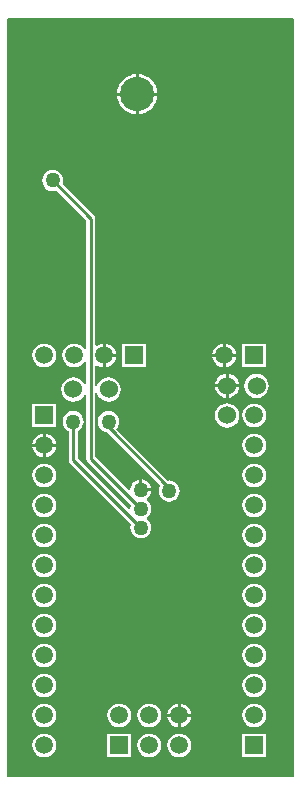
<source format=gbl>
%FSTAX24Y24*%
%MOIN*%
%SFA1B1*%

%IPPOS*%
%ADD19C,0.010000*%
%ADD20C,0.060000*%
%ADD21R,0.059100X0.059100*%
%ADD22C,0.059100*%
%ADD23R,0.059100X0.059100*%
%ADD24C,0.050000*%
%ADD25C,0.114000*%
%ADD47C,0.005000*%
%ADD48C,0.020000*%
%ADD49C,0.040000*%
%ADD50C,0.080000*%
%ADD51C,0.160000*%
%ADD52C,0.320000*%
%LNpcb1-1*%
%LPD*%
G54D47*
X009665Y000178D02*
X000177D01*
X000178Y025413*
X009665*
Y000178*
G54D19*
X009615Y000228D02*
X000227D01*
Y025363*
X009615*
Y000228*
G54D48*
X009515Y000328D02*
X000327D01*
X000327Y025263*
X009515*
Y000328*
G54D49*
X009315Y000527D02*
X000527Y000528D01*
Y025063*
X009314*
X009315Y000527*
G54D50*
X008914Y000927D02*
X000927D01*
Y024663*
X008914*
Y000927*
G54D51*
X008114Y001727D02*
X001727D01*
Y023863*
X008114*
Y001727*
G54D52*
X006514Y003327D02*
X003327Y003327D01*
Y022263*
X006514*
Y003327*
%LNpcb1-2*%
%LPC*%
G36*
X008386Y005603D02*
X008283Y00559D01*
X008186Y00555*
X008104Y005487*
X008041Y005404*
X008001Y005308*
X007987Y005205*
X008001Y005102*
X008041Y005005*
X008104Y004923*
X008186Y004859*
X008283Y00482*
X008386Y004806*
X008489Y00482*
X008585Y004859*
X008668Y004923*
X008731Y005005*
X008771Y005102*
X008785Y005205*
X008771Y005308*
X008731Y005404*
X008668Y005487*
X008585Y00555*
X008489Y00559*
X008386Y005603*
G37*
G36*
X001386Y006603D02*
X001283Y00659D01*
X001186Y00655*
X001104Y006487*
X001041Y006404*
X001001Y006308*
X000987Y006205*
X001001Y006102*
X001041Y006005*
X001104Y005923*
X001186Y005859*
X001283Y00582*
X001386Y005806*
X001489Y00582*
X001585Y005859*
X001668Y005923*
X001731Y006005*
X001771Y006102*
X001785Y006205*
X001771Y006308*
X001731Y006404*
X001668Y006487*
X001585Y00655*
X001489Y00659*
X001386Y006603*
G37*
G36*
X008386D02*
X008283Y00659D01*
X008186Y00655*
X008104Y006487*
X008041Y006404*
X008001Y006308*
X007987Y006205*
X008001Y006102*
X008041Y006005*
X008104Y005923*
X008186Y005859*
X008283Y00582*
X008386Y005806*
X008489Y00582*
X008585Y005859*
X008668Y005923*
X008731Y006005*
X008771Y006102*
X008785Y006205*
X008771Y006308*
X008731Y006404*
X008668Y006487*
X008585Y00655*
X008489Y00659*
X008386Y006603*
G37*
G36*
X001386Y005603D02*
X001283Y00559D01*
X001186Y00555*
X001104Y005487*
X001041Y005404*
X001001Y005308*
X000987Y005205*
X001001Y005102*
X001041Y005005*
X001104Y004923*
X001186Y004859*
X001283Y00482*
X001386Y004806*
X001489Y00482*
X001585Y004859*
X001668Y004923*
X001731Y005005*
X001771Y005102*
X001785Y005205*
X001771Y005308*
X001731Y005404*
X001668Y005487*
X001585Y00555*
X001489Y00559*
X001386Y005603*
G37*
G36*
X008386Y003603D02*
X008283Y00359D01*
X008186Y00355*
X008104Y003487*
X008041Y003404*
X008001Y003308*
X007987Y003205*
X008001Y003102*
X008041Y003005*
X008104Y002923*
X008186Y002859*
X008283Y00282*
X008386Y002806*
X008489Y00282*
X008585Y002859*
X008668Y002923*
X008731Y003005*
X008771Y003102*
X008785Y003205*
X008771Y003308*
X008731Y003404*
X008668Y003487*
X008585Y00355*
X008489Y00359*
X008386Y003603*
G37*
G36*
X001386Y004603D02*
X001283Y00459D01*
X001186Y00455*
X001104Y004487*
X001041Y004404*
X001001Y004308*
X000987Y004205*
X001001Y004102*
X001041Y004005*
X001104Y003923*
X001186Y003859*
X001283Y00382*
X001386Y003806*
X001489Y00382*
X001585Y003859*
X001668Y003923*
X001731Y004005*
X001771Y004102*
X001785Y004205*
X001771Y004308*
X001731Y004404*
X001668Y004487*
X001585Y00455*
X001489Y00459*
X001386Y004603*
G37*
G36*
X008386D02*
X008283Y00459D01*
X008186Y00455*
X008104Y004487*
X008041Y004404*
X008001Y004308*
X007987Y004205*
X008001Y004102*
X008041Y004005*
X008104Y003923*
X008186Y003859*
X008283Y00382*
X008386Y003806*
X008489Y00382*
X008585Y003859*
X008668Y003923*
X008731Y004005*
X008771Y004102*
X008785Y004205*
X008771Y004308*
X008731Y004404*
X008668Y004487*
X008585Y00455*
X008489Y00459*
X008386Y004603*
G37*
G36*
X001386Y009603D02*
X001283Y00959D01*
X001186Y00955*
X001104Y009487*
X001041Y009404*
X001001Y009308*
X000987Y009205*
X001001Y009102*
X001041Y009005*
X001104Y008923*
X001186Y008859*
X001283Y00882*
X001386Y008806*
X001489Y00882*
X001585Y008859*
X001668Y008923*
X001731Y009005*
X001771Y009102*
X001785Y009205*
X001771Y009308*
X001731Y009404*
X001668Y009487*
X001585Y00955*
X001489Y00959*
X001386Y009603*
G37*
G36*
X008386D02*
X008283Y00959D01*
X008186Y00955*
X008104Y009487*
X008041Y009404*
X008001Y009308*
X007987Y009205*
X008001Y009102*
X008041Y009005*
X008104Y008923*
X008186Y008859*
X008283Y00882*
X008386Y008806*
X008489Y00882*
X008585Y008859*
X008668Y008923*
X008731Y009005*
X008771Y009102*
X008785Y009205*
X008771Y009308*
X008731Y009404*
X008668Y009487*
X008585Y00955*
X008489Y00959*
X008386Y009603*
G37*
G36*
X003533Y012351D02*
X003442Y012339D01*
X003357Y012304*
X003284Y012248*
X003228Y012175*
X003192Y012089*
X00318Y011998*
X003192Y011907*
X003228Y011822*
X003284Y011748*
X003357Y011692*
X003442Y011657*
X003476Y011653*
X005255Y009874*
X005245Y009862*
X00521Y009776*
X005198Y009685*
X00521Y009594*
X005245Y009509*
X005302Y009435*
X005375Y009379*
X00546Y009344*
X005551Y009332*
X005643Y009344*
X005728Y009379*
X005801Y009435*
X005857Y009509*
X005892Y009594*
X005904Y009685*
X005892Y009776*
X005857Y009862*
X005801Y009935*
X005728Y009991*
X005643Y010026*
X005551Y010038*
X005526Y010035*
X003796Y011765*
X003839Y011822*
X003874Y011907*
X003886Y011998*
X003874Y012089*
X003839Y012175*
X003783Y012248*
X00371Y012304*
X003625Y012339*
X003533Y012351*
G37*
G36*
X008386Y008603D02*
X008283Y00859D01*
X008186Y00855*
X008104Y008487*
X008041Y008404*
X008001Y008308*
X007987Y008205*
X008001Y008102*
X008041Y008005*
X008104Y007923*
X008186Y007859*
X008283Y00782*
X008386Y007806*
X008489Y00782*
X008585Y007859*
X008668Y007923*
X008731Y008005*
X008771Y008102*
X008785Y008205*
X008771Y008308*
X008731Y008404*
X008668Y008487*
X008585Y00855*
X008489Y00859*
X008386Y008603*
G37*
G36*
X001386Y007603D02*
X001283Y00759D01*
X001186Y00755*
X001104Y007487*
X001041Y007404*
X001001Y007308*
X000987Y007205*
X001001Y007102*
X001041Y007005*
X001104Y006923*
X001186Y006859*
X001283Y00682*
X001386Y006806*
X001489Y00682*
X001585Y006859*
X001668Y006923*
X001731Y007005*
X001771Y007102*
X001785Y007205*
X001771Y007308*
X001731Y007404*
X001668Y007487*
X001585Y00755*
X001489Y00759*
X001386Y007603*
G37*
G36*
X008386D02*
X008283Y00759D01*
X008186Y00755*
X008104Y007487*
X008041Y007404*
X008001Y007308*
X007987Y007205*
X008001Y007102*
X008041Y007005*
X008104Y006923*
X008186Y006859*
X008283Y00682*
X008386Y006806*
X008489Y00682*
X008585Y006859*
X008668Y006923*
X008731Y007005*
X008771Y007102*
X008785Y007205*
X008771Y007308*
X008731Y007404*
X008668Y007487*
X008585Y00755*
X008489Y00759*
X008386Y007603*
G37*
G36*
X001386Y008603D02*
X001283Y00859D01*
X001186Y00855*
X001104Y008487*
X001041Y008404*
X001001Y008308*
X000987Y008205*
X001001Y008102*
X001041Y008005*
X001104Y007923*
X001186Y007859*
X001283Y00782*
X001386Y007806*
X001489Y00782*
X001585Y007859*
X001668Y007923*
X001731Y008005*
X001771Y008102*
X001785Y008205*
X001771Y008308*
X001731Y008404*
X001668Y008487*
X001585Y00855*
X001489Y00859*
X001386Y008603*
G37*
G36*
X008781Y0016D02*
X007991D01*
Y000809*
X008781*
Y0016*
G37*
G36*
X001386Y002603D02*
X001283Y00259D01*
X001186Y00255*
X001104Y002487*
X001041Y002404*
X001001Y002308*
X000987Y002205*
X001001Y002102*
X001041Y002005*
X001104Y001923*
X001186Y001859*
X001283Y00182*
X001386Y001806*
X001489Y00182*
X001585Y001859*
X001668Y001923*
X001731Y002005*
X001771Y002102*
X001785Y002205*
X001771Y002308*
X001731Y002404*
X001668Y002487*
X001585Y00255*
X001489Y00259*
X001386Y002603*
G37*
G36*
X003886D02*
X003783Y00259D01*
X003686Y00255*
X003604Y002487*
X003541Y002404*
X003501Y002308*
X003487Y002205*
X003501Y002102*
X003541Y002005*
X003604Y001923*
X003686Y001859*
X003783Y00182*
X003886Y001806*
X003989Y00182*
X004085Y001859*
X004168Y001923*
X004231Y002005*
X004271Y002102*
X004285Y002205*
X004271Y002308*
X004231Y002404*
X004168Y002487*
X004085Y00255*
X003989Y00259*
X003886Y002603*
G37*
G36*
X004281Y0016D02*
X003491D01*
Y000809*
X004281*
Y0016*
G37*
G36*
X001386Y001603D02*
X001283Y00159D01*
X001186Y00155*
X001104Y001487*
X001041Y001404*
X001001Y001308*
X000987Y001205*
X001001Y001102*
X001041Y001005*
X001104Y000923*
X001186Y000859*
X001283Y00082*
X001386Y000806*
X001489Y00082*
X001585Y000859*
X001668Y000923*
X001731Y001005*
X001771Y001102*
X001785Y001205*
X001771Y001308*
X001731Y001404*
X001668Y001487*
X001585Y00155*
X001489Y00159*
X001386Y001603*
G37*
G36*
X004886D02*
X004783Y00159D01*
X004686Y00155*
X004604Y001487*
X004541Y001404*
X004501Y001308*
X004487Y001205*
X004501Y001102*
X004541Y001005*
X004604Y000923*
X004686Y000859*
X004783Y00082*
X004886Y000806*
X004989Y00082*
X005085Y000859*
X005168Y000923*
X005231Y001005*
X005271Y001102*
X005285Y001205*
X005271Y001308*
X005231Y001404*
X005168Y001487*
X005085Y00155*
X004989Y00159*
X004886Y001603*
G37*
G36*
X005886D02*
X005783Y00159D01*
X005686Y00155*
X005604Y001487*
X005541Y001404*
X005501Y001308*
X005487Y001205*
X005501Y001102*
X005541Y001005*
X005604Y000923*
X005686Y000859*
X005783Y00082*
X005886Y000806*
X005989Y00082*
X006085Y000859*
X006168Y000923*
X006231Y001005*
X006271Y001102*
X006285Y001205*
X006271Y001308*
X006231Y001404*
X006168Y001487*
X006085Y00155*
X005989Y00159*
X005886Y001603*
G37*
G36*
X005836Y002597D02*
X005783Y00259D01*
X005686Y00255*
X005604Y002487*
X005541Y002404*
X005501Y002308*
X005494Y002255*
X005836*
Y002597*
G37*
G36*
X005936D02*
Y002255D01*
X006278*
X006271Y002308*
X006231Y002404*
X006168Y002487*
X006085Y00255*
X005989Y00259*
X005936Y002597*
G37*
G36*
X001386Y003603D02*
X001283Y00359D01*
X001186Y00355*
X001104Y003487*
X001041Y003404*
X001001Y003308*
X000987Y003205*
X001001Y003102*
X001041Y003005*
X001104Y002923*
X001186Y002859*
X001283Y00282*
X001386Y002806*
X001489Y00282*
X001585Y002859*
X001668Y002923*
X001731Y003005*
X001771Y003102*
X001785Y003205*
X001771Y003308*
X001731Y003404*
X001668Y003487*
X001585Y00355*
X001489Y00359*
X001386Y003603*
G37*
G36*
X006278Y002155D02*
X005936D01*
Y001813*
X005989Y00182*
X006085Y001859*
X006168Y001923*
X006231Y002005*
X006271Y002102*
X006278Y002155*
G37*
G36*
X004886Y002603D02*
X004783Y00259D01*
X004686Y00255*
X004604Y002487*
X004541Y002404*
X004501Y002308*
X004487Y002205*
X004501Y002102*
X004541Y002005*
X004604Y001923*
X004686Y001859*
X004783Y00182*
X004886Y001806*
X004989Y00182*
X005085Y001859*
X005168Y001923*
X005231Y002005*
X005271Y002102*
X005285Y002205*
X005271Y002308*
X005231Y002404*
X005168Y002487*
X005085Y00255*
X004989Y00259*
X004886Y002603*
G37*
G36*
X008386D02*
X008283Y00259D01*
X008186Y00255*
X008104Y002487*
X008041Y002404*
X008001Y002308*
X007987Y002205*
X008001Y002102*
X008041Y002005*
X008104Y001923*
X008186Y001859*
X008283Y00182*
X008386Y001806*
X008489Y00182*
X008585Y001859*
X008668Y001923*
X008731Y002005*
X008771Y002102*
X008785Y002205*
X008771Y002308*
X008731Y002404*
X008668Y002487*
X008585Y00255*
X008489Y00259*
X008386Y002603*
G37*
G36*
X005836Y002155D02*
X005494D01*
X005501Y002102*
X005541Y002005*
X005604Y001923*
X005686Y001859*
X005783Y00182*
X005836Y001813*
Y002155*
G37*
G36*
X004656Y010071D02*
Y009774D01*
X004953*
X004947Y009816*
X004912Y009901*
X004856Y009974*
X004783Y01003*
X004698Y010065*
X004656Y010071*
G37*
G36*
X003778Y014155D02*
X003436D01*
Y013813*
X003489Y01382*
X003585Y013859*
X003668Y013923*
X003731Y014005*
X003771Y014102*
X003778Y014155*
G37*
G36*
X007778D02*
X007436D01*
Y013813*
X007489Y01382*
X007585Y013859*
X007668Y013923*
X007731Y014005*
X007771Y014102*
X007778Y014155*
G37*
G36*
X007336Y014597D02*
X007283Y01459D01*
X007186Y01455*
X007104Y014487*
X007041Y014404*
X007001Y014308*
X006994Y014255*
X007336*
Y014597*
G37*
G36*
Y014155D02*
X006994D01*
X007001Y014102*
X007041Y014005*
X007104Y013923*
X007186Y013859*
X007283Y01382*
X007336Y013813*
Y014155*
G37*
G36*
X001386Y014603D02*
X001283Y01459D01*
X001186Y01455*
X001104Y014487*
X001041Y014404*
X001001Y014308*
X000987Y014205*
X001001Y014102*
X001041Y014005*
X001104Y013923*
X001186Y013859*
X001283Y01382*
X001386Y013806*
X001489Y01382*
X001585Y013859*
X001668Y013923*
X001731Y014005*
X001771Y014102*
X001785Y014205*
X001771Y014308*
X001731Y014404*
X001668Y014487*
X001585Y01455*
X001489Y01459*
X001386Y014603*
G37*
G36*
X004781Y0146D02*
X003991D01*
Y013809*
X004781*
Y0146*
G37*
G36*
X008781D02*
X007991D01*
Y013809*
X008781*
Y0146*
G37*
G36*
X005157Y022863D02*
X004538D01*
Y022245*
X00462Y022253*
X004746Y022291*
X004862Y022354*
X004964Y022437*
X005048Y022539*
X00511Y022656*
X005149Y022782*
X005157Y022863*
G37*
G36*
X004438Y023582D02*
X004357Y023574D01*
X004231Y023535*
X004114Y023473*
X004012Y023389*
X003928Y023287*
X003866Y023171*
X003828Y023045*
X00382Y022963*
X004438*
Y023582*
G37*
G36*
X004538D02*
Y022963D01*
X005157*
X005149Y023045*
X00511Y023171*
X005048Y023287*
X004964Y023389*
X004862Y023473*
X004746Y023535*
X00462Y023574*
X004538Y023582*
G37*
G36*
X004438Y022863D02*
X00382D01*
X003828Y022782*
X003866Y022656*
X003928Y022539*
X004012Y022437*
X004114Y022354*
X004231Y022291*
X004357Y022253*
X004438Y022245*
Y022863*
G37*
G36*
X003436Y014597D02*
Y014255D01*
X003778*
X003771Y014308*
X003731Y014404*
X003668Y014487*
X003585Y01455*
X003489Y01459*
X003436Y014597*
G37*
G36*
X007436D02*
Y014255D01*
X007778*
X007771Y014308*
X007731Y014404*
X007668Y014487*
X007585Y01455*
X007489Y01459*
X007436Y014597*
G37*
G36*
X001672Y020392D02*
X00158Y02038D01*
X001495Y020345*
X001422Y020289*
X001366Y020216*
X001331Y020131*
X001319Y020039*
X001331Y019948*
X001366Y019863*
X001422Y01979*
X001495Y019734*
X00158Y019698*
X001672Y019686*
X001763Y019698*
X001786Y019708*
X002788Y018707*
Y014398*
X002738Y014388*
X002731Y014404*
X002668Y014487*
X002585Y01455*
X002489Y01459*
X002386Y014603*
X002283Y01459*
X002186Y01455*
X002104Y014487*
X002041Y014404*
X002001Y014308*
X001987Y014205*
X002001Y014102*
X002041Y014005*
X002104Y013923*
X002186Y013859*
X002283Y01382*
X002386Y013806*
X002489Y01382*
X002585Y013859*
X002668Y013923*
X002731Y014005*
X002738Y014021*
X002788Y014011*
Y01322*
X002738Y01321*
X002712Y013273*
X002647Y013356*
X002564Y01342*
X002467Y013461*
X002362Y013474*
X002258Y013461*
X00216Y01342*
X002077Y013356*
X002013Y013273*
X001972Y013175*
X001959Y013071*
X001972Y012966*
X002013Y012869*
X002077Y012786*
X00216Y012721*
X002258Y012681*
X002362Y012667*
X002467Y012681*
X002564Y012721*
X002647Y012786*
X002712Y012869*
X002738Y012932*
X002788Y012922*
Y01076*
X002799Y010702*
X002832Y010652*
X004275Y009209*
X004265Y009186*
X004254Y009103*
X00421Y009077*
X002505Y010782*
Y011683*
X002529Y011692*
X002602Y011748*
X002658Y011822*
X002693Y011907*
X002705Y011998*
X002693Y012089*
X002658Y012175*
X002602Y012248*
X002529Y012304*
X002444Y012339*
X002352Y012351*
X002261Y012339*
X002176Y012304*
X002103Y012248*
X002047Y012175*
X002011Y012089*
X001999Y011998*
X002011Y011907*
X002047Y011822*
X002103Y011748*
X002176Y011692*
X002199Y011683*
Y010718*
X002211Y01066*
X002244Y01061*
X004275Y00858*
X004265Y008556*
X004253Y008465*
X004265Y008373*
X004301Y008288*
X004357Y008215*
X00443Y008159*
X004515Y008124*
X004606Y008112*
X004698Y008124*
X004783Y008159*
X004856Y008215*
X004912Y008288*
X004947Y008373*
X004959Y008465*
X004947Y008556*
X004912Y008641*
X004856Y008714*
X004811Y008749*
Y008811*
X004856Y008845*
X004912Y008918*
X004947Y009003*
X004959Y009094*
X004947Y009186*
X004912Y009271*
X004856Y009344*
X004811Y009378*
Y00944*
X004856Y009475*
X004912Y009548*
X004947Y009633*
X004953Y009674*
X004606*
Y009724*
X004556*
Y010071*
X004515Y010065*
X00443Y01003*
X004357Y009974*
X004301Y009901*
X004265Y009816*
X004254Y009733*
X00421Y009707*
X003093Y010824*
Y012965*
X003143Y012968*
X003144Y012966*
X003184Y012869*
X003248Y012786*
X003332Y012721*
X003429Y012681*
X003533Y012667*
X003638Y012681*
X003735Y012721*
X003819Y012786*
X003883Y012869*
X003923Y012966*
X003937Y013071*
X003923Y013175*
X003883Y013273*
X003819Y013356*
X003735Y01342*
X003638Y013461*
X003533Y013474*
X003429Y013461*
X003332Y01342*
X003248Y013356*
X003184Y013273*
X003144Y013175*
X003143Y013173*
X003093Y013177*
Y013868*
X003143Y013892*
X003186Y013859*
X003283Y01382*
X003336Y013813*
Y014205*
Y014597*
X003283Y01459*
X003186Y01455*
X003143Y014517*
X003093Y014542*
Y01877*
X003082Y018829*
X003049Y018879*
X002003Y019924*
X002013Y019948*
X002025Y020039*
X002013Y020131*
X001977Y020216*
X001921Y020289*
X001848Y020345*
X001763Y02038*
X001672Y020392*
G37*
G36*
X00753Y013586D02*
Y013239D01*
X007877*
X00787Y013293*
X00783Y013391*
X007766Y013474*
X007682Y013538*
X007585Y013579*
X00753Y013586*
G37*
G36*
X001778Y011155D02*
X001436D01*
Y010813*
X001489Y01082*
X001585Y010859*
X001668Y010923*
X001731Y011005*
X001771Y011102*
X001778Y011155*
G37*
G36*
X001336Y011597D02*
X001283Y01159D01*
X001186Y01155*
X001104Y011487*
X001041Y011404*
X001001Y011308*
X000994Y011255*
X001336*
Y011597*
G37*
G36*
X001436D02*
Y011255D01*
X001778*
X001771Y011308*
X001731Y011404*
X001668Y011487*
X001585Y01155*
X001489Y01159*
X001436Y011597*
G37*
G36*
X001336Y011155D02*
X000994D01*
X001001Y011102*
X001041Y011005*
X001104Y010923*
X001186Y010859*
X001283Y01082*
X001336Y010813*
Y011155*
G37*
G36*
X001386Y010603D02*
X001283Y01059D01*
X001186Y01055*
X001104Y010487*
X001041Y010404*
X001001Y010308*
X000987Y010205*
X001001Y010102*
X001041Y010005*
X001104Y009923*
X001186Y009859*
X001283Y00982*
X001386Y009806*
X001489Y00982*
X001585Y009859*
X001668Y009923*
X001731Y010005*
X001771Y010102*
X001785Y010205*
X001771Y010308*
X001731Y010404*
X001668Y010487*
X001585Y01055*
X001489Y01059*
X001386Y010603*
G37*
G36*
X008386D02*
X008283Y01059D01*
X008186Y01055*
X008104Y010487*
X008041Y010404*
X008001Y010308*
X007987Y010205*
X008001Y010102*
X008041Y010005*
X008104Y009923*
X008186Y009859*
X008283Y00982*
X008386Y009806*
X008489Y00982*
X008585Y009859*
X008668Y009923*
X008731Y010005*
X008771Y010102*
X008785Y010205*
X008771Y010308*
X008731Y010404*
X008668Y010487*
X008585Y01055*
X008489Y01059*
X008386Y010603*
G37*
G36*
Y011603D02*
X008283Y01159D01*
X008186Y01155*
X008104Y011487*
X008041Y011404*
X008001Y011308*
X007987Y011205*
X008001Y011102*
X008041Y011005*
X008104Y010923*
X008186Y010859*
X008283Y01082*
X008386Y010806*
X008489Y01082*
X008585Y010859*
X008668Y010923*
X008731Y011005*
X008771Y011102*
X008785Y011205*
X008771Y011308*
X008731Y011404*
X008668Y011487*
X008585Y01155*
X008489Y01159*
X008386Y011603*
G37*
G36*
X00743Y013139D02*
X007083D01*
X007091Y013085*
X007131Y012987*
X007195Y012904*
X007279Y01284*
X007376Y012799*
X00743Y012792*
Y013139*
G37*
G36*
X007877D02*
X00753D01*
Y012792*
X007585Y012799*
X007682Y01284*
X007766Y012904*
X00783Y012987*
X00787Y013085*
X007877Y013139*
G37*
G36*
X00743Y013586D02*
X007376Y013579D01*
X007279Y013538*
X007195Y013474*
X007131Y013391*
X007091Y013293*
X007083Y013239*
X00743*
Y013586*
G37*
G36*
X008465Y013592D02*
X00836Y013579D01*
X008263Y013538*
X008179Y013474*
X008115Y013391*
X008075Y013293*
X008061Y013189*
X008075Y013085*
X008115Y012987*
X008179Y012904*
X008263Y01284*
X00836Y012799*
X008465Y012786*
X008569Y012799*
X008666Y01284*
X00875Y012904*
X008814Y012987*
X008854Y013085*
X008868Y013189*
X008854Y013293*
X008814Y013391*
X00875Y013474*
X008666Y013538*
X008569Y013579*
X008465Y013592*
G37*
G36*
X00748Y012608D02*
X007376Y012594D01*
X007279Y012554*
X007195Y01249*
X007131Y012406*
X007091Y012309*
X007077Y012205*
X007091Y0121*
X007131Y012003*
X007195Y011919*
X007279Y011855*
X007376Y011815*
X00748Y011801*
X007585Y011815*
X007682Y011855*
X007766Y011919*
X00783Y012003*
X00787Y0121*
X007884Y012205*
X00787Y012309*
X00783Y012406*
X007766Y01249*
X007682Y012554*
X007585Y012594*
X00748Y012608*
G37*
G36*
X008386Y012603D02*
X008283Y01259D01*
X008186Y01255*
X008104Y012487*
X008041Y012404*
X008001Y012308*
X007987Y012205*
X008001Y012102*
X008041Y012005*
X008104Y011923*
X008186Y011859*
X008283Y01182*
X008386Y011806*
X008489Y01182*
X008585Y011859*
X008668Y011923*
X008731Y012005*
X008771Y012102*
X008785Y012205*
X008771Y012308*
X008731Y012404*
X008668Y012487*
X008585Y01255*
X008489Y01259*
X008386Y012603*
G37*
G36*
X001781Y0126D02*
X000991D01*
Y011809*
X001781*
Y0126*
G37*
%LNpcb1-3*%
%LPD*%
G54D19*
X005551Y009685D02*
Y009793D01*
X003533Y011811D02*
X005551Y009793D01*
X003533Y011811D02*
Y011998D01*
X002352Y010718D02*
X004606Y008465D01*
X002352Y010718D02*
Y011998D01*
X002941Y01076D02*
Y01877D01*
Y01076D02*
X004606Y009094D01*
X001672Y020039D02*
X002941Y01877D01*
G54D20*
X003533Y013071D03*
X002362D03*
X008465Y013189D03*
X00748Y012205D03*
Y013189D03*
G54D21*
X004386Y014205D03*
X003886Y001205D03*
X008386Y014205D03*
G54D22*
X003386Y014205D03*
X002386D03*
X001386D03*
X005886Y002205D03*
Y001205D03*
X004886Y002205D03*
Y001205D03*
X003886Y002205D03*
X001386Y011205D03*
Y010205D03*
Y009205D03*
Y008205D03*
Y007205D03*
Y006205D03*
Y005205D03*
Y004205D03*
Y003205D03*
Y002205D03*
Y001205D03*
X008386Y002205D03*
Y003205D03*
Y004205D03*
Y005205D03*
Y006205D03*
Y007205D03*
Y008205D03*
Y009205D03*
Y010205D03*
Y011205D03*
Y012205D03*
X007386Y014205D03*
G54D23*
X001386Y012205D03*
X008386Y001205D03*
G54D24*
X002352Y011998D03*
X003533D03*
X004606Y009724D03*
Y009094D03*
Y008465D03*
X005551Y009685D03*
X001672Y020039D03*
G54D25*
X004488Y022913D03*
M02*
</source>
